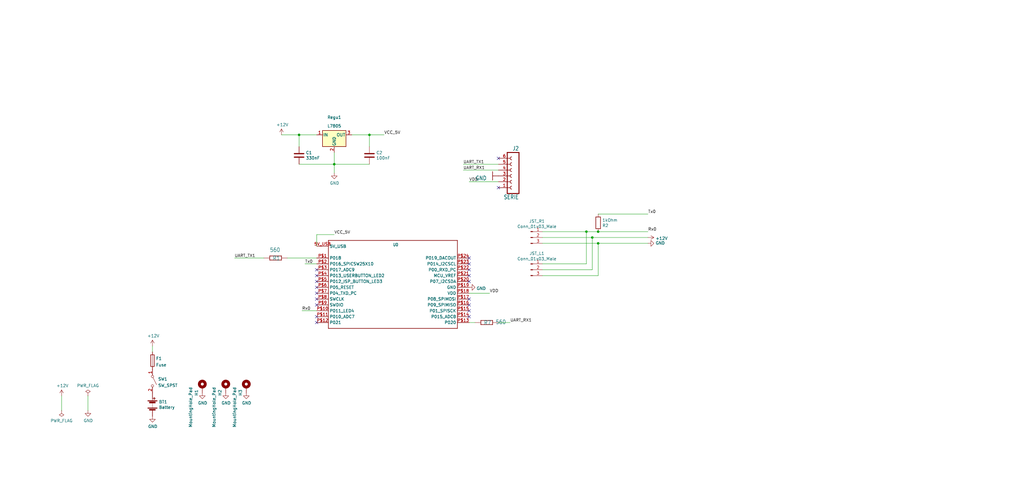
<source format=kicad_sch>
(kicad_sch (version 20211123) (generator eeschema)
  (paper "User" 443.56 210.007)
  (lib_symbols
    (symbol "CarteUE441_v2-eagle-import:FE06-1"
      (property "Reference" "SV" (at -1.27 10.922 0))
      (property "Value" "FE06-1" (at -1.27 -10.16 0))
      (symbol "FE06-1_1_0"
        (polyline (pts (xy -1.27 10.16) (xy -1.27 -7.62)) (stroke (width 0.4064)))
        (polyline (pts (xy -1.27 10.16) (xy 3.81 10.16)) (stroke (width 0.4064)))
        (polyline (pts (xy 3.81 -7.62) (xy -1.27 -7.62)) (stroke (width 0.4064)))
        (polyline (pts (xy 3.81 -7.62) (xy 3.81 10.16)) (stroke (width 0.4064)))
        (arc (start 1.905 -5.715) (mid 2.54 -5.08) (end 1.905 -4.445) (stroke (width 0.254)))
        (arc (start 1.905 -3.175) (mid 2.54 -2.54) (end 1.905 -1.905) (stroke (width 0.254)))
        (arc (start 1.905 -0.635) (mid 2.54 0) (end 1.905 0.635) (stroke (width 0.254)))
        (arc (start 1.905 1.905) (mid 2.54 2.54) (end 1.905 3.175) (stroke (width 0.254)))
        (arc (start 1.905 4.445) (mid 2.54 5.08) (end 1.905 5.715) (stroke (width 0.254)))
        (arc (start 1.905 6.985) (mid 2.54 7.62) (end 1.905 8.255) (stroke (width 0.254)))
        (pin passive line (at 7.62 -5.08 180) (length 5.08) (name "1") (number "1"))
        (pin passive line (at 7.62 -2.54 180) (length 5.08) (name "2") (number "2"))
        (pin passive line (at 7.62 0 180) (length 5.08) (name "3") (number "3"))
        (pin passive line (at 7.62 2.54 180) (length 5.08) (name "4") (number "4"))
        (pin passive line (at 7.62 5.08 180) (length 5.08) (name "5") (number "5"))
        (pin passive line (at 7.62 7.62 180) (length 5.08) (name "6") (number "6"))
      )
    )
    (symbol "CarteUE441_v2-eagle-import:GND" (power)
      (property "Value" "GND" (at -2.54 -2.54 0))
      (symbol "GND_1_0"
        (polyline (pts (xy -1.905 0) (xy 1.905 0)) (stroke (width 0.254)))
        (pin power_in line (at 0 2.54 270) (length 2.54) (name "GND") (number "1"))
      )
    )
    (symbol "CarteUE441_v2-eagle-import:R-EU_M1206"
      (property "Reference" "R" (at -3.81 1.4986 0))
      (property "Value" "R-EU_M1206" (at -3.81 -3.302 0))
      (symbol "R-EU_M1206_1_0"
        (polyline (pts (xy -2.54 -0.889) (xy -2.54 0.889)) (stroke (width 0.254)))
        (polyline (pts (xy -2.54 -0.889) (xy 2.54 -0.889)) (stroke (width 0.254)))
        (polyline (pts (xy 2.54 -0.889) (xy 2.54 0.889)) (stroke (width 0.254)))
        (polyline (pts (xy 2.54 0.889) (xy -2.54 0.889)) (stroke (width 0.254)))
        (pin passive line (at -5.08 0 0) (length 2.54) (name "1") (number "1"))
        (pin passive line (at 5.08 0 180) (length 2.54) (name "2") (number "2"))
      )
    )
    (symbol "CarteUE441_v2-eagle-import:XPRESSO_804"
      (symbol "XPRESSO_804_1_0"
        (polyline (pts (xy -27.94 -10.16) (xy -27.94 27.94)) (stroke (width 0.254)))
        (polyline (pts (xy -27.94 27.94) (xy 27.94 27.94)) (stroke (width 0.254)))
        (polyline (pts (xy 27.94 -10.16) (xy -27.94 -10.16)) (stroke (width 0.254)))
        (polyline (pts (xy 27.94 27.94) (xy 27.94 -10.16)) (stroke (width 0.254)))
        (pin bidirectional line (at -33.02 25.4 0) (length 5.08) (name "5V_USB") (number "5V_USB"))
        (pin bidirectional line (at -33.02 20.32 0) (length 5.08) (name "P018") (number "P$1"))
        (pin bidirectional line (at -33.02 -2.54 0) (length 5.08) (name "P011_LED4") (number "P$10"))
        (pin bidirectional line (at -33.02 -5.08 0) (length 5.08) (name "P010_ADC7") (number "P$11"))
        (pin bidirectional line (at -33.02 -7.62 0) (length 5.08) (name "P021") (number "P$12"))
        (pin bidirectional line (at 33.02 -7.62 180) (length 5.08) (name "P020") (number "P$13"))
        (pin bidirectional line (at 33.02 -5.08 180) (length 5.08) (name "P015_ADC8") (number "P$14"))
        (pin bidirectional line (at 33.02 -2.54 180) (length 5.08) (name "P01_SPISCK") (number "P$15"))
        (pin bidirectional line (at 33.02 0 180) (length 5.08) (name "P09_SPIMISO") (number "P$16"))
        (pin bidirectional line (at 33.02 2.54 180) (length 5.08) (name "P08_SPIMOSI") (number "P$17"))
        (pin bidirectional line (at 33.02 5.08 180) (length 5.08) (name "VDD") (number "P$18"))
        (pin bidirectional line (at 33.02 7.62 180) (length 5.08) (name "GND") (number "P$19"))
        (pin bidirectional line (at -33.02 17.78 0) (length 5.08) (name "P016_SPICSW25X10") (number "P$2"))
        (pin bidirectional line (at 33.02 10.16 180) (length 5.08) (name "P07_I2CSDA") (number "P$20"))
        (pin bidirectional line (at 33.02 12.7 180) (length 5.08) (name "MCU_VREF") (number "P$21"))
        (pin bidirectional line (at 33.02 15.24 180) (length 5.08) (name "P00_RXD_PC") (number "P$22"))
        (pin bidirectional line (at 33.02 17.78 180) (length 5.08) (name "P014_I2CSCL") (number "P$23"))
        (pin bidirectional line (at 33.02 20.32 180) (length 5.08) (name "P019_DACOUT") (number "P$24"))
        (pin bidirectional line (at -33.02 15.24 0) (length 5.08) (name "P017_ADC9") (number "P$3"))
        (pin bidirectional line (at -33.02 12.7 0) (length 5.08) (name "P013_USERBUTTON_LED2") (number "P$4"))
        (pin bidirectional line (at -33.02 10.16 0) (length 5.08) (name "P012_ISP_BUTTON_LED3") (number "P$5"))
        (pin bidirectional line (at -33.02 7.62 0) (length 5.08) (name "P05_RESET") (number "P$6"))
        (pin bidirectional line (at -33.02 5.08 0) (length 5.08) (name "P04_TXD_PC") (number "P$7"))
        (pin bidirectional line (at -33.02 2.54 0) (length 5.08) (name "SWCLK") (number "P$8"))
        (pin bidirectional line (at -33.02 0 0) (length 5.08) (name "SWDIO") (number "P$9"))
      )
    )
    (symbol "Connector:Conn_01x03_Male" (pin_names (offset 1.016) hide)
      (property "Reference" "J" (at 0 5.08 0))
      (property "Value" "Conn_01x03_Male" (at 0 -5.08 0))
      (symbol "Conn_01x03_Male_1_1"
        (polyline (pts (xy 1.27 -2.54) (xy 0.8636 -2.54)) (stroke (width 0.1524)))
        (polyline (pts (xy 1.27 0) (xy 0.8636 0)) (stroke (width 0.1524)))
        (polyline (pts (xy 1.27 2.54) (xy 0.8636 2.54)) (stroke (width 0.1524)))
        (rectangle (start 0.8636 -2.413) (end 0 -2.667) (stroke (width 0.1524)) (fill (type outline)))
        (rectangle (start 0.8636 0.127) (end 0 -0.127) (stroke (width 0.1524)) (fill (type outline)))
        (rectangle (start 0.8636 2.667) (end 0 2.413) (stroke (width 0.1524)) (fill (type outline)))
        (pin passive line (at 5.08 2.54 180) (length 3.81) (name "Pin_1") (number "1"))
        (pin passive line (at 5.08 0 180) (length 3.81) (name "Pin_2") (number "2"))
        (pin passive line (at 5.08 -2.54 180) (length 3.81) (name "Pin_3") (number "3"))
      )
    )
    (symbol "Device:Battery" (pin_numbers hide) (pin_names (offset 0) hide)
      (property "Reference" "BT" (at 2.54 2.54 0))
      (property "Value" "Battery" (at 2.54 0 0))
      (symbol "Battery_0_1"
        (rectangle (start -2.032 -1.397) (end 2.032 -1.651) (fill (type outline)))
        (rectangle (start -2.032 1.778) (end 2.032 1.524) (fill (type outline)))
        (rectangle (start -1.3208 -1.9812) (end 1.27 -2.4892) (fill (type outline)))
        (rectangle (start -1.3208 1.1938) (end 1.27 0.6858) (fill (type outline)))
        (polyline (pts (xy 0 -1.524) (xy 0 -1.27)))
        (polyline (pts (xy 0 -1.016) (xy 0 -0.762)))
        (polyline (pts (xy 0 -0.508) (xy 0 -0.254)))
        (polyline (pts (xy 0 0) (xy 0 0.254)))
        (polyline (pts (xy 0 0.508) (xy 0 0.762)))
        (polyline (pts (xy 0 1.778) (xy 0 2.54)))
        (polyline (pts (xy 0.254 2.667) (xy 1.27 2.667)) (stroke (width 0.254)))
        (polyline (pts (xy 0.762 3.175) (xy 0.762 2.159)) (stroke (width 0.254)))
      )
      (symbol "Battery_1_1"
        (pin passive line (at 0 5.08 270) (length 2.54) (name "+") (number "1"))
        (pin passive line (at 0 -5.08 90) (length 2.54) (name "-") (number "2"))
      )
    )
    (symbol "Device:C" (pin_numbers hide) (pin_names (offset 0.254))
      (property "Reference" "C" (at 0.635 2.54 0))
      (property "Value" "C" (at 0.635 -2.54 0))
      (symbol "C_0_1"
        (polyline (pts (xy -2.032 -0.762) (xy 2.032 -0.762)) (stroke (width 0.508)))
        (polyline (pts (xy -2.032 0.762) (xy 2.032 0.762)) (stroke (width 0.508)))
      )
      (symbol "C_1_1"
        (pin passive line (at 0 3.81 270) (length 2.794) (name "~") (number "1"))
        (pin passive line (at 0 -3.81 90) (length 2.794) (name "~") (number "2"))
      )
    )
    (symbol "Device:Fuse" (pin_numbers hide) (pin_names (offset 0))
      (property "Reference" "F" (at 2.032 0 90))
      (property "Value" "Fuse" (at -1.905 0 90))
      (symbol "Fuse_0_1"
        (rectangle (start -0.762 -2.54) (end 0.762 2.54) (stroke (width 0.254)))
        (polyline (pts (xy 0 2.54) (xy 0 -2.54)))
      )
      (symbol "Fuse_1_1"
        (pin passive line (at 0 3.81 270) (length 1.27) (name "~") (number "1"))
        (pin passive line (at 0 -3.81 90) (length 1.27) (name "~") (number "2"))
      )
    )
    (symbol "Device:R" (pin_numbers hide) (pin_names (offset 0))
      (property "Reference" "R" (at 2.032 0 90))
      (property "Value" "R" (at 0 0 90))
      (symbol "R_0_1"
        (rectangle (start -1.016 -2.54) (end 1.016 2.54) (stroke (width 0.254)))
      )
      (symbol "R_1_1"
        (pin passive line (at 0 3.81 270) (length 1.27) (name "~") (number "1"))
        (pin passive line (at 0 -3.81 90) (length 1.27) (name "~") (number "2"))
      )
    )
    (symbol "Mechanical:MountingHole_Pad" (pin_numbers hide) (pin_names (offset 1.016) hide)
      (property "Reference" "H" (at 0 6.35 0))
      (property "Value" "MountingHole_Pad" (at 0 4.445 0))
      (symbol "MountingHole_Pad_0_1"
        (circle (center 0 1.27) (radius 1.27) (stroke (width 1.27)))
      )
      (symbol "MountingHole_Pad_1_1"
        (pin input line (at 0 -2.54 90) (length 2.54) (name "1") (number "1"))
      )
    )
    (symbol "Regulator_Linear:L7805" (pin_names (offset 0.254))
      (property "Reference" "U" (at -3.81 3.175 0))
      (property "Value" "L7805" (at 0 3.175 0))
      (symbol "L7805_0_1"
        (rectangle (start -5.08 1.905) (end 5.08 -5.08) (stroke (width 0.254)) (fill (type background)))
      )
      (symbol "L7805_1_1"
        (pin power_in line (at -7.62 0 0) (length 2.54) (name "IN") (number "1"))
        (pin power_in line (at 0 -7.62 90) (length 2.54) (name "GND") (number "2"))
        (pin power_out line (at 7.62 0 180) (length 2.54) (name "OUT") (number "3"))
      )
    )
    (symbol "Switch:SW_SPST" (pin_names (offset 0) hide)
      (property "Reference" "SW" (at 0 3.175 0))
      (property "Value" "SW_SPST" (at 0 -2.54 0))
      (symbol "SW_SPST_0_0"
        (circle (center -2.032 0) (radius 0.508))
        (polyline (pts (xy -1.524 0.254) (xy 1.524 1.778)))
        (circle (center 2.032 0) (radius 0.508))
      )
      (symbol "SW_SPST_1_1"
        (pin passive line (at -5.08 0 0) (length 2.54) (name "A") (number "1"))
        (pin passive line (at 5.08 0 180) (length 2.54) (name "B") (number "2"))
      )
    )
    (symbol "power:+12V" (power) (pin_names (offset 0))
      (property "Value" "+12V" (at 0 3.556 0))
      (symbol "+12V_0_1"
        (polyline (pts (xy -0.762 1.27) (xy 0 2.54)))
        (polyline (pts (xy 0 0) (xy 0 2.54)))
        (polyline (pts (xy 0 2.54) (xy 0.762 1.27)))
      )
      (symbol "+12V_1_1"
        (pin power_in line (at 0 0 90) (length 0) hide (name "+12V") (number "1"))
      )
    )
    (symbol "power:GND" (power) (pin_names (offset 0))
      (property "Value" "GND" (at 0 -3.81 0))
      (symbol "GND_0_1"
        (polyline (pts (xy 0 0) (xy 0 -1.27) (xy 1.27 -1.27) (xy 0 -2.54) (xy -1.27 -1.27) (xy 0 -1.27)))
      )
      (symbol "GND_1_1"
        (pin power_in line (at 0 0 270) (length 0) hide (name "GND") (number "1"))
      )
    )
    (symbol "power:PWR_FLAG" (power) (pin_numbers hide) (pin_names (offset 0) hide)
      (property "Value" "PWR_FLAG" (at 0 3.81 0))
      (symbol "PWR_FLAG_0_0"
        (pin power_out line (at 0 0 90) (length 0) (name "pwr") (number "1"))
      )
      (symbol "PWR_FLAG_0_1"
        (polyline (pts (xy 0 0) (xy 0 1.27) (xy -1.016 1.905) (xy 0 2.54) (xy 1.016 1.905) (xy 0 1.27)))
      )
    )
  )
  (junction (at 254 100.33))
  (junction (at 129.54 58.42))
  (junction (at 259.08 105.41))
  (junction (at 256.54 102.87))
  (junction (at 259.08 100.33))
  (junction (at 160.02 58.42))
  (junction (at 144.78 71.12))
  (no_connect (at 215.9 68.58))
  (no_connect (at 215.9 81.28))
  (no_connect (at 137.16 121.92))
  (no_connect (at 137.16 124.46))
  (no_connect (at 137.16 137.16))
  (no_connect (at 137.16 139.7))
  (no_connect (at 137.16 116.84))
  (no_connect (at 137.16 119.38))
  (no_connect (at 137.16 127))
  (no_connect (at 137.16 129.54))
  (no_connect (at 137.16 132.08))
  (no_connect (at 203.2 137.16))
  (no_connect (at 203.2 134.62))
  (no_connect (at 203.2 132.08))
  (no_connect (at 203.2 129.54))
  (no_connect (at 203.2 121.92))
  (no_connect (at 203.2 119.38))
  (no_connect (at 203.2 116.84))
  (no_connect (at 203.2 114.3))
  (no_connect (at 203.2 111.76))
  (wire (pts (xy 66.04 149.86) (xy 66.04 152.4)))
  (wire (pts (xy 256.54 116.84) (xy 256.54 102.87)))
  (wire (pts (xy 129.54 71.12) (xy 144.78 71.12)))
  (wire (pts (xy 137.16 106.68) (xy 137.16 101.6)))
  (wire (pts (xy 129.54 58.42) (xy 137.16 58.42)))
  (wire (pts (xy 160.02 58.42) (xy 152.4 58.42)))
  (wire (pts (xy 38.1 171.45) (xy 38.1 177.8)))
  (wire (pts (xy 160.02 71.12) (xy 144.78 71.12)))
  (wire (pts (xy 259.08 100.33) (xy 280.67 100.33)))
  (wire (pts (xy 144.78 71.12) (xy 144.78 74.93)))
  (wire (pts (xy 234.95 105.41) (xy 259.08 105.41)))
  (wire (pts (xy 137.16 101.6) (xy 144.78 101.6)))
  (wire (pts (xy 234.95 100.33) (xy 254 100.33)))
  (wire (pts (xy 259.08 105.41) (xy 280.67 105.41)))
  (wire (pts (xy 129.54 58.42) (xy 121.92 58.42)))
  (wire (pts (xy 256.54 102.87) (xy 280.67 102.87)))
  (wire (pts (xy 215.9 71.12) (xy 200.66 71.12)))
  (wire (pts (xy 129.54 58.42) (xy 129.54 63.5)))
  (wire (pts (xy 160.02 58.42) (xy 166.37 58.42)))
  (wire (pts (xy 254 114.3) (xy 254 100.33)))
  (wire (pts (xy 259.08 119.38) (xy 234.95 119.38)))
  (wire (pts (xy 101.6 111.76) (xy 114.3 111.76)))
  (wire (pts (xy 203.2 139.7) (xy 205.74 139.7)))
  (wire (pts (xy 234.95 114.3) (xy 254 114.3)))
  (wire (pts (xy 130.81 134.62) (xy 137.16 134.62)))
  (wire (pts (xy 234.95 116.84) (xy 256.54 116.84)))
  (wire (pts (xy 203.2 78.74) (xy 215.9 78.74)))
  (wire (pts (xy 254 100.33) (xy 259.08 100.33)))
  (wire (pts (xy 26.67 171.45) (xy 26.67 177.8)))
  (wire (pts (xy 259.08 92.71) (xy 280.67 92.71)))
  (wire (pts (xy 144.78 66.04) (xy 144.78 71.12)))
  (wire (pts (xy 234.95 102.87) (xy 256.54 102.87)))
  (wire (pts (xy 124.46 111.76) (xy 137.16 111.76)))
  (wire (pts (xy 259.08 105.41) (xy 259.08 119.38)))
  (wire (pts (xy 132.08 114.3) (xy 137.16 114.3)))
  (wire (pts (xy 203.2 127) (xy 212.09 127)))
  (wire (pts (xy 160.02 63.5) (xy 160.02 58.42)))
  (wire (pts (xy 200.66 73.66) (xy 215.9 73.66)))
  (wire (pts (xy 215.9 139.7) (xy 220.98 139.7)))
  (label "UART_RX1" (at 200.66 73.66 0) (effects (font (size 1.2446 1.2446))))
  (label "Rx0" (at 280.67 100.33 0))
  (label "VDD" (at 203.2 78.74 0))
  (label "Tx0" (at 132.08 114.3 0))
  (label "UART_RX1" (at 220.98 139.7 0) (effects (font (size 1.2446 1.2446))))
  (label "Rx0" (at 130.81 134.62 0))
  (label "UART_TX1" (at 200.66 71.12 0) (effects (font (size 1.2446 1.2446))))
  (label "Tx0" (at 280.67 92.71 0))
  (label "VCC_5V" (at 166.37 58.42 0))
  (label "VDD" (at 212.09 127 0))
  (label "VCC_5V" (at 144.78 101.6 0) (effects (font (size 1.2446 1.2446))))
  (label "UART_TX1" (at 101.6 111.76 0) (effects (font (size 1.2446 1.2446))))
  (symbol (lib_id "CarteUE441_v2-eagle-import:XPRESSO_804") (at 170.18 132.08 0) (unit 1)
    (property "Reference" "U0" (at 170.18 106.68 0) (effects (font (size 1.27 1.0795)) (justify left bottom)))
    (property "Value" "XPRESSO_804" (effects hide))
    (property "Footprint" "CarteUE441_v2:LIB_ENS_AJ_V1_XPRESSO_804" (effects hide))
  )
  (symbol (lib_id "power:GND") (at 280.67 105.41 90) (unit 1)
    (property "Reference" "#PWR0102" (effects hide))
    (property "Value" "GND" (at 283.9212 105.283 90) (effects (justify right)))
  )
  (symbol (lib_id "CarteUE441_v2-eagle-import:R-EU_M1206") (at 210.82 139.7 0) (unit 1)
    (property "Reference" "R7" (at 209.55 140.7414 0) (effects (font (size 1.778 1.5113)) (justify left bottom)))
    (property "Value" "560" (at 214.63 140.462 0) (effects (font (size 1.778 1.5113)) (justify left bottom)))
    (property "Footprint" "Resistor_SMD:R_1206_3216Metric" (effects hide))
  )
  (symbol (lib_id "power:GND") (at 87.63 170.18 0) (unit 1)
    (property "Reference" "#PWR0108" (effects hide))
    (property "Value" "GND" (at 87.757 174.5742 0))
  )
  (symbol (lib_id "Device:C") (at 129.54 67.31 0) (unit 1)
    (property "Reference" "C1" (at 132.461 66.1416 0) (effects (justify left)))
    (property "Value" "330nF" (at 132.461 68.453 0) (effects (justify left)))
    (property "Footprint" "Capacitor_SMD:C_1206_3216Metric" (effects hide))
  )
  (symbol (lib_id "power:PWR_FLAG") (at 26.67 177.8 180) (unit 1)
    (property "Reference" "#FLG0102" (effects hide))
    (property "Value" "PWR_FLAG" (at 26.67 182.2196 0))
  )
  (symbol (lib_id "power:GND") (at 97.79 170.18 0) (unit 1)
    (property "Reference" "#PWR0109" (effects hide))
    (property "Value" "GND" (at 97.917 174.5742 0))
  )
  (symbol (lib_id "power:+12V") (at 280.67 102.87 270) (unit 1)
    (property "Reference" "#PWR0103" (effects hide))
    (property "Value" "+12V" (at 283.9212 103.251 90) (effects (justify left)))
  )
  (symbol (lib_id "power:PWR_FLAG") (at 38.1 171.45 0) (unit 1)
    (property "Reference" "#FLG0101" (effects hide))
    (property "Value" "PWR_FLAG" (at 38.1 167.0304 0))
  )
  (symbol (lib_id "Device:R") (at 259.08 96.52 0) (mirror x) (unit 1)
    (property "Reference" "R2" (at 260.858 97.6884 0) (effects (justify left)))
    (property "Value" "1kOhm" (at 260.858 95.377 0) (effects (justify left)))
    (property "Footprint" "Resistor_SMD:R_1206_3216Metric" (effects hide))
  )
  (symbol (lib_id "power:GND") (at 66.04 180.34 0) (unit 1)
    (property "Reference" "#PWR0111" (effects hide))
    (property "Value" "GND" (at 66.167 184.7342 0))
  )
  (symbol (lib_id "Mechanical:MountingHole_Pad") (at 97.79 167.64 0) (unit 1)
    (property "Reference" "H2" (at 95.25 168.7068 90) (effects (justify right)))
    (property "Value" "MountingHole_Pad" (at 92.71 167.64 90) (effects (justify right)))
    (property "Footprint" "MountingHole:MountingHole_2.7mm_Pad" (effects hide))
  )
  (symbol (lib_id "Mechanical:MountingHole_Pad") (at 106.68 167.64 0) (unit 1)
    (property "Reference" "H3" (at 104.14 168.7068 90) (effects (justify right)))
    (property "Value" "MountingHole_Pad" (at 101.6 167.64 90) (effects (justify right)))
    (property "Footprint" "MountingHole:MountingHole_2.7mm_Pad" (effects hide))
  )
  (symbol (lib_id "power:+12V") (at 26.67 171.45 0) (unit 1)
    (property "Reference" "#PWR0106" (effects hide))
    (property "Value" "+12V" (at 27.051 167.0558 0))
  )
  (symbol (lib_id "Connector:Conn_01x03_Male") (at 229.87 102.87 0) (unit 1)
    (property "Reference" "JST_R1" (at 232.5624 95.8088 0))
    (property "Value" "Conn_01x03_Male" (at 232.5624 98.1202 0))
    (property "Footprint" "Connector_Molex:Molex_SPOX_5267-03A_1x03_P2.50mm_Vertical" (effects hide))
  )
  (symbol (lib_id "Device:Battery") (at 66.04 175.26 0) (unit 1)
    (property "Reference" "BT1" (at 68.7832 174.0916 0) (effects (justify left)))
    (property "Value" "Battery" (at 68.7832 176.403 0) (effects (justify left)))
    (property "Footprint" "Connector_AMASS:AMASS_XT60-F_1x02_P7.20mm_Vertical" (effects hide))
  )
  (symbol (lib_id "Device:C") (at 160.02 67.31 0) (unit 1)
    (property "Reference" "C2" (at 162.941 66.1416 0) (effects (justify left)))
    (property "Value" "100nF" (at 162.941 68.453 0) (effects (justify left)))
    (property "Footprint" "Capacitor_SMD:C_1206_3216Metric" (effects hide))
  )
  (symbol (lib_id "power:+12V") (at 66.04 149.86 0) (unit 1)
    (property "Reference" "#PWR0112" (effects hide))
    (property "Value" "+12V" (at 66.421 145.4658 0))
  )
  (symbol (lib_id "power:GND") (at 106.68 170.18 0) (unit 1)
    (property "Reference" "#PWR0110" (effects hide))
    (property "Value" "GND" (at 106.807 174.5742 0))
  )
  (symbol (lib_id "Switch:SW_SPST") (at 66.04 165.1 270) (unit 1)
    (property "Reference" "SW1" (at 68.453 164.1915 90) (effects (justify left)))
    (property "Value" "SW_SPST" (at 68.453 166.9666 90) (effects (justify left)))
    (property "Footprint" "Button_Switch_THT:SW_DIP_SPSTx01_Slide_9.78x4.72mm_W7.62mm_P2.54mm" (effects hide))
  )
  (symbol (lib_id "Mechanical:MountingHole_Pad") (at 87.63 167.64 0) (unit 1)
    (property "Reference" "H1" (at 85.09 168.7068 90) (effects (justify right)))
    (property "Value" "MountingHole_Pad" (at 82.55 167.64 90) (effects (justify right)))
    (property "Footprint" "MountingHole:MountingHole_2.7mm_Pad" (effects hide))
  )
  (symbol (lib_id "Regulator_Linear:L7805") (at 144.78 58.42 0) (unit 1)
    (property "Reference" "Regu1" (at 144.78 50.8 0))
    (property "Value" "L7805" (at 144.78 54.5846 0))
    (property "Footprint" "Package_TO_SOT_THT:TO-220-3_Vertical" (effects hide))
    (property "Datasheet" "http://www.st.com/content/ccc/resource/technical/document/datasheet/41/4f/b3/b0/12/d4/47/88/CD00000444.pdf/files/CD00000444.pdf/jcr:content/translations/en.CD00000444.pdf" (effects hide))
  )
  (symbol (lib_id "power:GND") (at 38.1 177.8 0) (unit 1)
    (property "Reference" "#PWR0107" (effects hide))
    (property "Value" "GND" (at 38.227 182.1942 0))
  )
  (symbol (lib_id "CarteUE441_v2-eagle-import:FE06-1") (at 223.52 76.2 0) (mirror y) (unit 1)
    (property "Reference" "J2" (at 224.79 65.278 0) (effects (font (size 1.778 1.5113)) (justify left bottom)))
    (property "Value" "SERIE" (at 224.79 86.36 0) (effects (font (size 1.778 1.5113)) (justify left bottom)))
    (property "Footprint" "CarteUE441_v2:CON-LSTA_FE06" (effects hide))
  )
  (symbol (lib_id "CarteUE441_v2-eagle-import:R-EU_M1206") (at 119.38 111.76 0) (unit 1)
    (property "Reference" "R1" (at 118.11 112.8014 0) (effects (font (size 1.778 1.5113)) (justify left bottom)))
    (property "Value" "560" (at 116.84 109.22 0) (effects (font (size 1.778 1.5113)) (justify left bottom)))
    (property "Footprint" "Resistor_SMD:R_1206_3216Metric" (effects hide))
  )
  (symbol (lib_id "power:GND") (at 144.78 74.93 0) (unit 1)
    (property "Reference" "#PWR0105" (effects hide))
    (property "Value" "GND" (at 144.907 79.3242 0))
  )
  (symbol (lib_id "power:GND") (at 203.2 124.46 90) (unit 1)
    (property "Reference" "#PWR0101" (effects hide))
    (property "Value" "GND" (at 206.375 124.939 90) (effects (justify right)))
  )
  (symbol (lib_id "CarteUE441_v2-eagle-import:GND") (at 213.36 76.2 270) (unit 1)
    (property "Reference" "#GND03" (effects hide))
    (property "Value" "GND" (at 210.82 76.2 90) (effects (font (size 1.778 1.5113)) (justify right top)))
  )
  (symbol (lib_id "Device:Fuse") (at 66.04 156.21 0) (unit 1)
    (property "Reference" "F1" (at 67.564 155.3015 0) (effects (justify left)))
    (property "Value" "Fuse" (at 67.564 158.0766 0) (effects (justify left)))
    (property "Footprint" "Fuse:Fuseholder_Cylinder-5x20mm_Schurter_0031_8201_Horizontal_Open" (effects hide))
  )
  (symbol (lib_id "Connector:Conn_01x03_Male") (at 229.87 116.84 0) (unit 1)
    (property "Reference" "JST_L1" (at 232.5624 109.7788 0))
    (property "Value" "Conn_01x03_Male" (at 232.5624 112.0902 0))
    (property "Footprint" "Connector_Molex:Molex_SPOX_5267-03A_1x03_P2.50mm_Vertical" (effects hide))
  )
  (symbol (lib_id "power:+12V") (at 121.92 58.42 0) (unit 1)
    (property "Reference" "#PWR0104" (effects hide))
    (property "Value" "+12V" (at 122.301 54.0258 0))
  )
)
</source>
